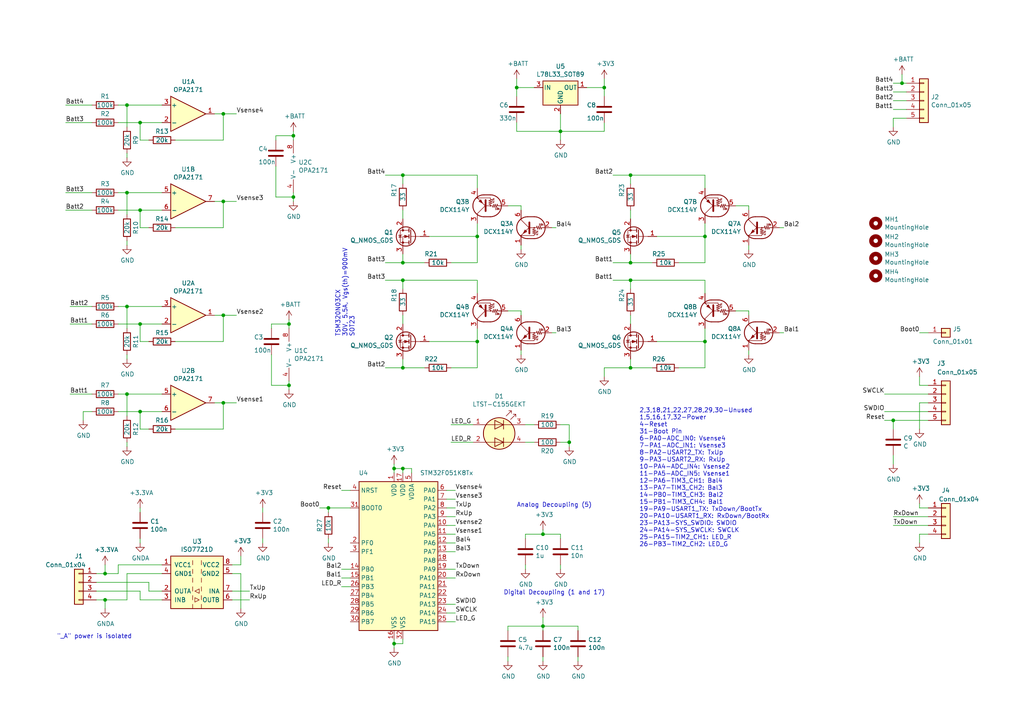
<source format=kicad_sch>
(kicad_sch (version 20230121) (generator eeschema)
  (paper "A4")
  (lib_symbols
    (symbol "Amplifier_Operational:LM2904" (pin_names (offset 0.127))
      (property "Reference" "U" (at 0 5.08 0))
      (property "Value" "LM2904" (at 0 -5.08 0))
      (symbol "LM2904_1_1"
        (pin output line (at 7.62 0 180) (length 2.54) (name "~") (number "1"))
        (pin input line (at -7.62 -2.54 0) (length 2.54) (name "-") (number "2"))
        (pin input line (at -7.62 2.54 0) (length 2.54) (name "+") (number "3"))
      )
      (symbol "LM2904_2_1"
        (pin input line (at -7.62 2.54 0) (length 2.54) (name "+") (number "5"))
        (pin input line (at -7.62 -2.54 0) (length 2.54) (name "-") (number "6"))
        (pin output line (at 7.62 0 180) (length 2.54) (name "~") (number "7"))
      )
      (symbol "LM2904_3_1"
        (pin power_in line (at -2.54 -7.62 90) (length 3.81) (name "V-") (number "4"))
        (pin power_in line (at -2.54 7.62 270) (length 3.81) (name "V+") (number "8"))
      )
    )
    (symbol "Connector_Generic:Conn_01x01" (pin_names (offset 1.016) hide)
      (property "Reference" "J" (at 0 2.54 0))
      (property "Value" "Conn_01x01" (at 0 -2.54 0))
      (symbol "Conn_01x01_1_1"
        (pin passive line (at -5.08 0 0) (length 3.81) (name "Pin_1") (number "1"))
      )
    )
    (symbol "Connector_Generic:Conn_01x04" (pin_names (offset 1.016) hide)
      (property "Reference" "J" (at 0 5.08 0))
      (property "Value" "Conn_01x04" (at 0 -7.62 0))
      (symbol "Conn_01x04_1_1"
        (pin passive line (at -5.08 2.54 0) (length 3.81) (name "Pin_1") (number "1"))
        (pin passive line (at -5.08 0 0) (length 3.81) (name "Pin_2") (number "2"))
        (pin passive line (at -5.08 -2.54 0) (length 3.81) (name "Pin_3") (number "3"))
        (pin passive line (at -5.08 -5.08 0) (length 3.81) (name "Pin_4") (number "4"))
      )
    )
    (symbol "Connector_Generic:Conn_01x05" (pin_names (offset 1.016) hide)
      (property "Reference" "J" (at 0 7.62 0))
      (property "Value" "Conn_01x05" (at 0 -7.62 0))
      (symbol "Conn_01x05_1_1"
        (pin passive line (at -5.08 5.08 0) (length 3.81) (name "Pin_1") (number "1"))
        (pin passive line (at -5.08 2.54 0) (length 3.81) (name "Pin_2") (number "2"))
        (pin passive line (at -5.08 0 0) (length 3.81) (name "Pin_3") (number "3"))
        (pin passive line (at -5.08 -2.54 0) (length 3.81) (name "Pin_4") (number "4"))
        (pin passive line (at -5.08 -5.08 0) (length 3.81) (name "Pin_5") (number "5"))
      )
    )
    (symbol "Custom:DCX114Y" (pin_names (offset 0) hide)
      (property "Reference" "Q" (at 5.08 1.905 0))
      (property "Value" "DCX114Y" (at 5.08 0 0))
      (symbol "DCX114Y_0_0"
        (text "10k" (at -3.302 0.889 0) (effects (font (size 0.508 0.508))))
        (text "47k" (at -2.159 -1.524 900) (effects (font (size 0.508 0.508))))
      )
      (symbol "DCX114Y_1_1"
        (pin passive line (at 2.54 -5.08 90) (length 2.54) (name "E") (number "1"))
        (pin input line (at -6.35 0 0) (length 2.54) (name "B") (number "2"))
        (pin passive line (at 2.54 5.08 270) (length 2.54) (name "C") (number "6"))
      )
      (symbol "DCX114Y_2_1"
        (pin passive line (at 2.54 5.08 270) (length 2.54) (name "C") (number "3"))
        (pin passive line (at 2.54 -5.08 90) (length 2.54) (name "E") (number "4"))
        (pin input line (at -6.35 0 0) (length 2.54) (name "B") (number "5"))
      )
    )
    (symbol "Device:C" (pin_numbers hide) (pin_names (offset 0.254))
      (property "Reference" "C" (at 0.635 2.54 0))
      (property "Value" "C" (at 0.635 -2.54 0))
      (symbol "C_1_1"
        (pin passive line (at 0 3.81 270) (length 2.794) (name "~") (number "1"))
        (pin passive line (at 0 -3.81 90) (length 2.794) (name "~") (number "2"))
      )
    )
    (symbol "Device:Q_NMOS_GDS" (pin_names (offset 0) hide)
      (property "Reference" "Q" (at 5.08 1.27 0))
      (property "Value" "Q_NMOS_GDS" (at 5.08 -1.27 0))
      (symbol "Q_NMOS_GDS_1_1"
        (pin input line (at -5.08 0 0) (length 2.54) (name "G") (number "1"))
        (pin passive line (at 2.54 5.08 270) (length 2.54) (name "D") (number "2"))
        (pin passive line (at 2.54 -5.08 90) (length 2.54) (name "S") (number "3"))
      )
    )
    (symbol "Device:R" (pin_numbers hide) (pin_names (offset 0))
      (property "Reference" "R" (at 2.032 0 90))
      (property "Value" "R" (at 0 0 90))
      (symbol "R_1_1"
        (pin passive line (at 0 3.81 270) (length 1.27) (name "~") (number "1"))
        (pin passive line (at 0 -3.81 90) (length 1.27) (name "~") (number "2"))
      )
    )
    (symbol "Isolator:ISO7321C" (pin_names (offset 1.016))
      (property "Reference" "U" (at 0 10.795 0))
      (property "Value" "ISO7321C" (at 0 8.89 0))
      (symbol "ISO7321C_1_1"
        (pin power_in line (at -10.16 5.08 0) (length 2.54) (name "VCC1") (number "1"))
        (pin output line (at -10.16 -2.54 0) (length 2.54) (name "OUTA") (number "2"))
        (pin input line (at -10.16 -5.08 0) (length 2.54) (name "INB") (number "3"))
        (pin power_in line (at -10.16 2.54 0) (length 2.54) (name "GND1") (number "4"))
        (pin power_in line (at 10.16 2.54 180) (length 2.54) (name "GND2") (number "5"))
        (pin output line (at 10.16 -5.08 180) (length 2.54) (name "OUTB") (number "6"))
        (pin input line (at 10.16 -2.54 180) (length 2.54) (name "INA") (number "7"))
        (pin power_in line (at 10.16 5.08 180) (length 2.54) (name "VCC2") (number "8"))
      )
    )
    (symbol "Mechanical:MountingHole" (pin_names (offset 1.016))
      (property "Reference" "H" (at 0 5.08 0))
      (property "Value" "MountingHole" (at 0 3.175 0))
    )
    (symbol "Regulator_Linear:L78L33_SOT89" (pin_names (offset 0.254))
      (property "Reference" "U" (at -3.81 3.175 0))
      (property "Value" "L78L33_SOT89" (at -0.635 3.175 0))
      (symbol "L78L33_SOT89_1_1"
        (pin power_out line (at 7.62 0 180) (length 2.54) (name "OUT") (number "1"))
        (pin power_in line (at 0 -7.62 90) (length 2.54) (name "GND") (number "2"))
        (pin power_in line (at -7.62 0 0) (length 2.54) (name "IN") (number "3"))
      )
    )
    (symbol "bms4_f051-rescue:+3.3V-power" (power) (pin_names (offset 0))
      (property "Value" "+3.3V-power" (at 0 3.556 0))
      (symbol "+3.3V-power_1_1"
        (pin power_in line (at 0 0 90) (length 0) hide (name "+3V3") (number "1"))
      )
    )
    (symbol "bms4_f051-rescue:LED_Dual_AACC-Device" (pin_names (offset 0) hide)
      (property "Reference" "D" (at 0 5.715 0))
      (property "Value" "Device_LED_Dual_AACC" (at 0 -6.35 0))
      (symbol "LED_Dual_AACC-Device_1_1"
        (pin input line (at -7.62 2.54 0) (length 3.048) (name "A1") (number "1"))
        (pin input line (at -7.62 -2.54 0) (length 3.048) (name "A2") (number "2"))
        (pin input line (at 7.62 2.54 180) (length 3.81) (name "K1") (number "3"))
        (pin input line (at 7.62 -2.54 180) (length 3.81) (name "K2") (number "4"))
      )
    )
    (symbol "bms4_f051-rescue:STM32F051K8Tx-MCU_ST_STM32F0"
      (property "Reference" "U" (at -12.7 21.59 0))
      (property "Value" "MCU_ST_STM32F0_STM32F051K8Tx" (at 5.08 21.59 0))
      (symbol "STM32F051K8Tx-MCU_ST_STM32F0_1_1"
        (pin power_in line (at -2.54 22.86 270) (length 2.54) (name "VDD") (number "1"))
        (pin bidirectional line (at 12.7 7.62 180) (length 2.54) (name "PA4") (number "10"))
        (pin bidirectional line (at 12.7 5.08 180) (length 2.54) (name "PA5") (number "11"))
        (pin bidirectional line (at 12.7 2.54 180) (length 2.54) (name "PA6") (number "12"))
        (pin bidirectional line (at 12.7 0 180) (length 2.54) (name "PA7") (number "13"))
        (pin bidirectional line (at -15.24 -5.08 0) (length 2.54) (name "PB0") (number "14"))
        (pin bidirectional line (at -15.24 -7.62 0) (length 2.54) (name "PB1") (number "15"))
        (pin power_in line (at -2.54 -25.4 90) (length 2.54) (name "VSS") (number "16"))
        (pin power_in line (at 0 22.86 270) (length 2.54) (name "VDD") (number "17"))
        (pin bidirectional line (at 12.7 -2.54 180) (length 2.54) (name "PA8") (number "18"))
        (pin bidirectional line (at 12.7 -5.08 180) (length 2.54) (name "PA9") (number "19"))
        (pin input line (at -15.24 2.54 0) (length 2.54) (name "PF0") (number "2"))
        (pin bidirectional line (at 12.7 -7.62 180) (length 2.54) (name "PA10") (number "20"))
        (pin bidirectional line (at 12.7 -10.16 180) (length 2.54) (name "PA11") (number "21"))
        (pin bidirectional line (at 12.7 -12.7 180) (length 2.54) (name "PA12") (number "22"))
        (pin bidirectional line (at 12.7 -15.24 180) (length 2.54) (name "PA13") (number "23"))
        (pin bidirectional line (at 12.7 -17.78 180) (length 2.54) (name "PA14") (number "24"))
        (pin bidirectional line (at 12.7 -20.32 180) (length 2.54) (name "PA15") (number "25"))
        (pin bidirectional line (at -15.24 -10.16 0) (length 2.54) (name "PB3") (number "26"))
        (pin bidirectional line (at -15.24 -12.7 0) (length 2.54) (name "PB4") (number "27"))
        (pin bidirectional line (at -15.24 -15.24 0) (length 2.54) (name "PB5") (number "28"))
        (pin bidirectional line (at -15.24 -17.78 0) (length 2.54) (name "PB6") (number "29"))
        (pin input line (at -15.24 0 0) (length 2.54) (name "PF1") (number "3"))
        (pin bidirectional line (at -15.24 -20.32 0) (length 2.54) (name "PB7") (number "30"))
        (pin input line (at -15.24 12.7 0) (length 2.54) (name "BOOT0") (number "31"))
        (pin power_in line (at 0 -25.4 90) (length 2.54) (name "VSS") (number "32"))
        (pin input line (at -15.24 17.78 0) (length 2.54) (name "NRST") (number "4"))
        (pin power_in line (at 2.54 22.86 270) (length 2.54) (name "VDDA") (number "5"))
        (pin bidirectional line (at 12.7 17.78 180) (length 2.54) (name "PA0") (number "6"))
        (pin bidirectional line (at 12.7 15.24 180) (length 2.54) (name "PA1") (number "7"))
        (pin bidirectional line (at 12.7 12.7 180) (length 2.54) (name "PA2") (number "8"))
        (pin bidirectional line (at 12.7 10.16 180) (length 2.54) (name "PA3") (number "9"))
      )
    )
    (symbol "power:+3.3VA" (power) (pin_names (offset 0))
      (property "Value" "+3.3VA" (at 0 3.556 0))
      (symbol "+3.3VA_1_1"
        (pin power_in line (at 0 0 90) (length 0) hide (name "+3.3VA") (number "1"))
      )
    )
    (symbol "power:+BATT" (power) (pin_names (offset 0))
      (property "Value" "+BATT" (at 0 3.556 0))
      (symbol "+BATT_1_1"
        (pin power_in line (at 0 0 90) (length 0) hide (name "+BATT") (number "1"))
      )
    )
    (symbol "power:GND" (power) (pin_names (offset 0))
      (property "Value" "GND" (at 0 -3.81 0))
      (symbol "GND_1_1"
        (pin power_in line (at 0 0 270) (length 0) hide (name "GND") (number "1"))
      )
    )
    (symbol "power:GNDA" (power) (pin_names (offset 0))
      (property "Value" "GNDA" (at 0 -3.81 0))
      (symbol "GNDA_1_1"
        (pin power_in line (at 0 0 270) (length 0) hide (name "GNDA") (number "1"))
      )
    )
  )
  (junction (at 116.84 76.2))
  (junction (at 40.64 119.38))
  (junction (at 162.56 38.1))
  (junction (at 182.88 50.8))
  (junction (at 182.88 106.68))
  (junction (at 36.83 30.48))
  (junction (at 138.43 99.06))
  (junction (at 204.47 99.06))
  (junction (at 95.25 147.32))
  (junction (at 182.88 81.28))
  (junction (at 36.83 88.9))
  (junction (at 30.48 166.37))
  (junction (at 64.77 91.44))
  (junction (at 261.62 24.13))
  (junction (at 85.09 39.37))
  (junction (at 83.82 111.76))
  (junction (at 36.83 114.3))
  (junction (at 36.83 55.88))
  (junction (at 30.48 173.99))
  (junction (at 116.84 81.28))
  (junction (at 157.48 181.61))
  (junction (at 116.84 50.8))
  (junction (at 40.64 35.56))
  (junction (at 83.82 93.98))
  (junction (at 40.64 60.96))
  (junction (at 175.26 25.4))
  (junction (at 85.09 57.15))
  (junction (at 165.1 128.27))
  (junction (at 259.08 121.92))
  (junction (at 64.77 33.02))
  (junction (at 182.88 76.2))
  (junction (at 64.77 58.42))
  (junction (at 116.84 135.89))
  (junction (at 64.77 116.84))
  (junction (at 114.3 186.69))
  (junction (at 116.84 106.68))
  (junction (at 149.86 25.4))
  (junction (at 138.43 68.58))
  (junction (at 157.48 154.94))
  (junction (at 40.64 93.98))
  (junction (at 114.3 135.89))
  (junction (at 204.47 68.58))
  (wire (pts (xy 36.83 55.88) (xy 34.29 55.88)))
  (wire (pts (xy 19.05 60.96) (xy 26.67 60.96)))
  (wire (pts (xy 85.09 57.15) (xy 85.09 55.88)))
  (wire (pts (xy 129.54 165.1) (xy 132.08 165.1)))
  (wire (pts (xy 19.05 55.88) (xy 26.67 55.88)))
  (wire (pts (xy 40.64 93.98) (xy 46.99 93.98)))
  (wire (pts (xy 259.08 152.4) (xy 269.24 152.4)))
  (wire (pts (xy 72.39 171.45) (xy 67.31 171.45)))
  (wire (pts (xy 40.64 35.56) (xy 46.99 35.56)))
  (wire (pts (xy 157.48 191.77) (xy 157.48 190.5)))
  (wire (pts (xy 266.7 157.48) (xy 266.7 154.94)))
  (wire (pts (xy 132.08 177.8) (xy 129.54 177.8)))
  (wire (pts (xy 85.09 38.1) (xy 85.09 39.37)))
  (wire (pts (xy 182.88 81.28) (xy 204.47 81.28)))
  (wire (pts (xy 227.33 96.52) (xy 226.06 96.52)))
  (wire (pts (xy 80.01 48.26) (xy 80.01 57.15)))
  (wire (pts (xy 111.76 50.8) (xy 116.84 50.8)))
  (wire (pts (xy 138.43 81.28) (xy 138.43 85.09)))
  (wire (pts (xy 227.33 66.04) (xy 226.06 66.04)))
  (wire (pts (xy 266.7 96.52) (xy 269.24 96.52)))
  (wire (pts (xy 124.46 99.06) (xy 138.43 99.06)))
  (wire (pts (xy 177.8 81.28) (xy 182.88 81.28)))
  (wire (pts (xy 27.94 173.99) (xy 30.48 173.99)))
  (wire (pts (xy 157.48 179.07) (xy 157.48 181.61)))
  (wire (pts (xy 64.77 58.42) (xy 62.23 58.42)))
  (wire (pts (xy 30.48 176.53) (xy 30.48 173.99)))
  (wire (pts (xy 261.62 24.13) (xy 262.89 24.13)))
  (wire (pts (xy 204.47 106.68) (xy 204.47 99.06)))
  (wire (pts (xy 204.47 76.2) (xy 204.47 68.58)))
  (wire (pts (xy 217.17 90.17) (xy 217.17 91.44)))
  (wire (pts (xy 34.29 163.83) (xy 46.99 163.83)))
  (wire (pts (xy 132.08 180.34) (xy 129.54 180.34)))
  (wire (pts (xy 124.46 68.58) (xy 138.43 68.58)))
  (wire (pts (xy 116.84 63.5) (xy 116.84 60.96)))
  (wire (pts (xy 36.83 45.72) (xy 36.83 44.45)))
  (wire (pts (xy 152.4 165.1) (xy 152.4 163.83)))
  (wire (pts (xy 43.18 124.46) (xy 40.64 124.46)))
  (wire (pts (xy 162.56 38.1) (xy 175.26 38.1)))
  (wire (pts (xy 40.64 119.38) (xy 46.99 119.38)))
  (wire (pts (xy 83.82 113.03) (xy 83.82 111.76)))
  (wire (pts (xy 34.29 93.98) (xy 40.64 93.98)))
  (wire (pts (xy 196.85 106.68) (xy 204.47 106.68)))
  (wire (pts (xy 147.32 59.69) (xy 151.13 59.69)))
  (wire (pts (xy 40.64 99.06) (xy 40.64 93.98)))
  (wire (pts (xy 123.19 106.68) (xy 116.84 106.68)))
  (wire (pts (xy 204.47 68.58) (xy 204.47 64.77)))
  (wire (pts (xy 19.05 35.56) (xy 26.67 35.56)))
  (wire (pts (xy 204.47 81.28) (xy 204.47 85.09)))
  (wire (pts (xy 116.84 81.28) (xy 116.84 83.82)))
  (wire (pts (xy 165.1 123.19) (xy 162.56 123.19)))
  (wire (pts (xy 162.56 38.1) (xy 162.56 33.02)))
  (wire (pts (xy 24.13 119.38) (xy 26.67 119.38)))
  (wire (pts (xy 40.64 60.96) (xy 46.99 60.96)))
  (wire (pts (xy 151.13 59.69) (xy 151.13 60.96)))
  (wire (pts (xy 132.08 154.94) (xy 129.54 154.94)))
  (wire (pts (xy 119.38 135.89) (xy 116.84 135.89)))
  (wire (pts (xy 69.85 161.29) (xy 69.85 163.83)))
  (wire (pts (xy 149.86 35.56) (xy 149.86 38.1)))
  (wire (pts (xy 157.48 181.61) (xy 157.48 182.88)))
  (wire (pts (xy 64.77 40.64) (xy 64.77 33.02)))
  (wire (pts (xy 64.77 124.46) (xy 64.77 116.84)))
  (wire (pts (xy 217.17 59.69) (xy 217.17 60.96)))
  (wire (pts (xy 64.77 58.42) (xy 68.58 58.42)))
  (wire (pts (xy 152.4 128.27) (xy 154.94 128.27)))
  (wire (pts (xy 119.38 137.16) (xy 119.38 135.89)))
  (wire (pts (xy 40.64 66.04) (xy 40.64 60.96)))
  (wire (pts (xy 20.32 88.9) (xy 26.67 88.9)))
  (wire (pts (xy 36.83 62.23) (xy 36.83 55.88)))
  (wire (pts (xy 161.29 66.04) (xy 160.02 66.04)))
  (wire (pts (xy 69.85 163.83) (xy 67.31 163.83)))
  (wire (pts (xy 213.36 59.69) (xy 217.17 59.69)))
  (wire (pts (xy 78.74 93.98) (xy 83.82 93.98)))
  (wire (pts (xy 151.13 102.87) (xy 151.13 101.6)))
  (wire (pts (xy 138.43 99.06) (xy 138.43 95.25)))
  (wire (pts (xy 147.32 90.17) (xy 151.13 90.17)))
  (wire (pts (xy 157.48 181.61) (xy 167.64 181.61)))
  (wire (pts (xy 27.94 171.45) (xy 40.64 171.45)))
  (wire (pts (xy 34.29 60.96) (xy 40.64 60.96)))
  (wire (pts (xy 64.77 116.84) (xy 62.23 116.84)))
  (wire (pts (xy 132.08 144.78) (xy 129.54 144.78)))
  (wire (pts (xy 46.99 88.9) (xy 36.83 88.9)))
  (wire (pts (xy 196.85 76.2) (xy 204.47 76.2)))
  (wire (pts (xy 162.56 128.27) (xy 165.1 128.27)))
  (wire (pts (xy 36.83 173.99) (xy 36.83 166.37)))
  (wire (pts (xy 167.64 181.61) (xy 167.64 182.88)))
  (wire (pts (xy 266.7 111.76) (xy 269.24 111.76)))
  (wire (pts (xy 175.26 38.1) (xy 175.26 35.56)))
  (wire (pts (xy 36.83 104.14) (xy 36.83 102.87)))
  (wire (pts (xy 50.8 124.46) (xy 64.77 124.46)))
  (wire (pts (xy 46.99 30.48) (xy 36.83 30.48)))
  (wire (pts (xy 40.64 124.46) (xy 40.64 119.38)))
  (wire (pts (xy 40.64 40.64) (xy 40.64 35.56)))
  (wire (pts (xy 269.24 149.86) (xy 259.08 149.86)))
  (wire (pts (xy 116.84 50.8) (xy 138.43 50.8)))
  (wire (pts (xy 114.3 186.69) (xy 114.3 185.42)))
  (wire (pts (xy 132.08 167.64) (xy 129.54 167.64)))
  (wire (pts (xy 30.48 166.37) (xy 30.48 163.83)))
  (wire (pts (xy 175.26 27.94) (xy 175.26 25.4)))
  (wire (pts (xy 130.81 76.2) (xy 138.43 76.2)))
  (wire (pts (xy 95.25 148.59) (xy 95.25 147.32)))
  (wire (pts (xy 151.13 72.39) (xy 151.13 71.12)))
  (wire (pts (xy 182.88 63.5) (xy 182.88 60.96)))
  (wire (pts (xy 116.84 93.98) (xy 116.84 91.44)))
  (wire (pts (xy 266.7 124.46) (xy 266.7 116.84)))
  (wire (pts (xy 165.1 128.27) (xy 165.1 123.19)))
  (wire (pts (xy 189.23 76.2) (xy 182.88 76.2)))
  (wire (pts (xy 132.08 149.86) (xy 129.54 149.86)))
  (wire (pts (xy 262.89 26.67) (xy 259.08 26.67)))
  (wire (pts (xy 152.4 154.94) (xy 157.48 154.94)))
  (wire (pts (xy 217.17 102.87) (xy 217.17 101.6)))
  (wire (pts (xy 34.29 166.37) (xy 34.29 163.83)))
  (wire (pts (xy 177.8 50.8) (xy 182.88 50.8)))
  (wire (pts (xy 72.39 173.99) (xy 67.31 173.99)))
  (wire (pts (xy 182.88 81.28) (xy 182.88 83.82)))
  (wire (pts (xy 138.43 106.68) (xy 138.43 99.06)))
  (wire (pts (xy 80.01 39.37) (xy 85.09 39.37)))
  (wire (pts (xy 132.08 157.48) (xy 129.54 157.48)))
  (wire (pts (xy 182.88 50.8) (xy 182.88 53.34)))
  (wire (pts (xy 152.4 154.94) (xy 152.4 156.21)))
  (wire (pts (xy 36.83 95.25) (xy 36.83 88.9)))
  (wire (pts (xy 64.77 33.02) (xy 62.23 33.02)))
  (wire (pts (xy 132.08 142.24) (xy 129.54 142.24)))
  (wire (pts (xy 50.8 40.64) (xy 64.77 40.64)))
  (wire (pts (xy 36.83 88.9) (xy 34.29 88.9)))
  (wire (pts (xy 217.17 72.39) (xy 217.17 71.12)))
  (wire (pts (xy 266.7 109.22) (xy 266.7 111.76)))
  (wire (pts (xy 147.32 181.61) (xy 157.48 181.61)))
  (wire (pts (xy 85.09 58.42) (xy 85.09 57.15)))
  (wire (pts (xy 266.7 147.32) (xy 269.24 147.32)))
  (wire (pts (xy 80.01 40.64) (xy 80.01 39.37)))
  (wire (pts (xy 167.64 191.77) (xy 167.64 190.5)))
  (wire (pts (xy 123.19 76.2) (xy 116.84 76.2)))
  (wire (pts (xy 114.3 135.89) (xy 114.3 137.16)))
  (wire (pts (xy 111.76 76.2) (xy 116.84 76.2)))
  (wire (pts (xy 116.84 135.89) (xy 114.3 135.89)))
  (wire (pts (xy 175.26 106.68) (xy 182.88 106.68)))
  (wire (pts (xy 40.64 173.99) (xy 46.99 173.99)))
  (wire (pts (xy 83.82 111.76) (xy 83.82 110.49)))
  (wire (pts (xy 259.08 34.29) (xy 262.89 34.29)))
  (wire (pts (xy 130.81 123.19) (xy 137.16 123.19)))
  (wire (pts (xy 149.86 38.1) (xy 162.56 38.1)))
  (wire (pts (xy 76.2 157.48) (xy 76.2 156.21)))
  (wire (pts (xy 43.18 40.64) (xy 40.64 40.64)))
  (wire (pts (xy 43.18 171.45) (xy 46.99 171.45)))
  (wire (pts (xy 101.6 165.1) (xy 99.06 165.1)))
  (wire (pts (xy 69.85 166.37) (xy 67.31 166.37)))
  (wire (pts (xy 85.09 39.37) (xy 85.09 40.64)))
  (wire (pts (xy 182.88 93.98) (xy 182.88 91.44)))
  (wire (pts (xy 213.36 90.17) (xy 217.17 90.17)))
  (wire (pts (xy 80.01 57.15) (xy 85.09 57.15)))
  (wire (pts (xy 154.94 25.4) (xy 149.86 25.4)))
  (wire (pts (xy 261.62 21.59) (xy 261.62 24.13)))
  (wire (pts (xy 116.84 106.68) (xy 116.84 104.14)))
  (wire (pts (xy 149.86 22.86) (xy 149.86 25.4)))
  (wire (pts (xy 68.58 116.84) (xy 64.77 116.84)))
  (wire (pts (xy 111.76 106.68) (xy 116.84 106.68)))
  (wire (pts (xy 130.81 128.27) (xy 137.16 128.27)))
  (wire (pts (xy 114.3 186.69) (xy 116.84 186.69)))
  (wire (pts (xy 20.32 93.98) (xy 26.67 93.98)))
  (wire (pts (xy 43.18 168.91) (xy 43.18 171.45)))
  (wire (pts (xy 19.05 30.48) (xy 26.67 30.48)))
  (wire (pts (xy 129.54 152.4) (xy 132.08 152.4)))
  (wire (pts (xy 92.71 147.32) (xy 95.25 147.32)))
  (wire (pts (xy 27.94 168.91) (xy 43.18 168.91)))
  (wire (pts (xy 161.29 96.52) (xy 160.02 96.52)))
  (wire (pts (xy 36.83 71.12) (xy 36.83 69.85)))
  (wire (pts (xy 78.74 95.25) (xy 78.74 93.98)))
  (wire (pts (xy 43.18 99.06) (xy 40.64 99.06)))
  (wire (pts (xy 182.88 106.68) (xy 182.88 104.14)))
  (wire (pts (xy 175.26 22.86) (xy 175.26 25.4)))
  (wire (pts (xy 116.84 50.8) (xy 116.84 53.34)))
  (wire (pts (xy 116.84 76.2) (xy 116.84 73.66)))
  (wire (pts (xy 262.89 31.75) (xy 259.08 31.75)))
  (wire (pts (xy 111.76 81.28) (xy 116.84 81.28)))
  (wire (pts (xy 129.54 147.32) (xy 132.08 147.32)))
  (wire (pts (xy 20.32 114.3) (xy 26.67 114.3)))
  (wire (pts (xy 30.48 173.99) (xy 36.83 173.99)))
  (wire (pts (xy 162.56 154.94) (xy 162.56 156.21)))
  (wire (pts (xy 40.64 157.48) (xy 40.64 156.21)))
  (wire (pts (xy 175.26 25.4) (xy 170.18 25.4)))
  (wire (pts (xy 83.82 93.98) (xy 83.82 95.25)))
  (wire (pts (xy 259.08 121.92) (xy 269.24 121.92)))
  (wire (pts (xy 138.43 68.58) (xy 138.43 64.77)))
  (wire (pts (xy 40.64 147.32) (xy 40.64 148.59)))
  (wire (pts (xy 95.25 147.32) (xy 101.6 147.32)))
  (wire (pts (xy 27.94 166.37) (xy 30.48 166.37)))
  (wire (pts (xy 50.8 99.06) (xy 64.77 99.06)))
  (wire (pts (xy 204.47 50.8) (xy 204.47 54.61)))
  (wire (pts (xy 50.8 66.04) (xy 64.77 66.04)))
  (wire (pts (xy 83.82 92.71) (xy 83.82 93.98)))
  (wire (pts (xy 76.2 147.32) (xy 76.2 148.59)))
  (wire (pts (xy 36.83 30.48) (xy 34.29 30.48)))
  (wire (pts (xy 64.77 99.06) (xy 64.77 91.44)))
  (wire (pts (xy 151.13 90.17) (xy 151.13 91.44)))
  (wire (pts (xy 162.56 38.1) (xy 162.56 40.64)))
  (wire (pts (xy 266.7 154.94) (xy 269.24 154.94)))
  (wire (pts (xy 116.84 137.16) (xy 116.84 135.89)))
  (wire (pts (xy 34.29 35.56) (xy 40.64 35.56)))
  (wire (pts (xy 36.83 129.54) (xy 36.83 128.27)))
  (wire (pts (xy 129.54 175.26) (xy 132.08 175.26)))
  (wire (pts (xy 162.56 165.1) (xy 162.56 163.83)))
  (wire (pts (xy 149.86 25.4) (xy 149.86 27.94)))
  (wire (pts (xy 256.54 121.92) (xy 259.08 121.92)))
  (wire (pts (xy 259.08 124.46) (xy 259.08 121.92)))
  (wire (pts (xy 64.77 66.04) (xy 64.77 58.42)))
  (wire (pts (xy 259.08 36.83) (xy 259.08 34.29)))
  (wire (pts (xy 182.88 50.8) (xy 204.47 50.8)))
  (wire (pts (xy 154.94 123.19) (xy 152.4 123.19)))
  (wire (pts (xy 99.06 142.24) (xy 101.6 142.24)))
  (wire (pts (xy 99.06 170.18) (xy 101.6 170.18)))
  (wire (pts (xy 99.06 167.64) (xy 101.6 167.64)))
  (wire (pts (xy 190.5 68.58) (xy 204.47 68.58)))
  (wire (pts (xy 36.83 120.65) (xy 36.83 114.3)))
  (wire (pts (xy 130.81 106.68) (xy 138.43 106.68)))
  (wire (pts (xy 46.99 114.3) (xy 36.83 114.3)))
  (wire (pts (xy 256.54 119.38) (xy 269.24 119.38)))
  (wire (pts (xy 114.3 134.62) (xy 114.3 135.89)))
  (wire (pts (xy 95.25 157.48) (xy 95.25 156.21)))
  (wire (pts (xy 182.88 76.2) (xy 182.88 73.66)))
  (wire (pts (xy 36.83 114.3) (xy 34.29 114.3)))
  (wire (pts (xy 129.54 160.02) (xy 132.08 160.02)))
  (wire (pts (xy 78.74 111.76) (xy 83.82 111.76)))
  (wire (pts (xy 43.18 66.04) (xy 40.64 66.04)))
  (wire (pts (xy 138.43 50.8) (xy 138.43 54.61)))
  (wire (pts (xy 147.32 191.77) (xy 147.32 190.5)))
  (wire (pts (xy 36.83 36.83) (xy 36.83 30.48)))
  (wire (pts (xy 157.48 154.94) (xy 162.56 154.94)))
  (wire (pts (xy 64.77 91.44) (xy 68.58 91.44)))
  (wire (pts (xy 69.85 176.53) (xy 69.85 166.37)))
  (wire (pts (xy 40.64 171.45) (xy 40.64 173.99)))
  (wire (pts (xy 266.7 146.05) (xy 266.7 147.32)))
  (wire (pts (xy 114.3 187.96) (xy 114.3 186.69)))
  (wire (pts (xy 116.84 186.69) (xy 116.84 185.42)))
  (wire (pts (xy 259.08 29.21) (xy 262.89 29.21)))
  (wire (pts (xy 24.13 121.92) (xy 24.13 119.38)))
  (wire (pts (xy 36.83 166.37) (xy 46.99 166.37)))
  (wire (pts (xy 157.48 154.94) (xy 157.48 153.67)))
  (wire (pts (xy 177.8 76.2) (xy 182.88 76.2)))
  (wire (pts (xy 34.29 119.38) (xy 40.64 119.38)))
  (wire (pts (xy 46.99 55.88) (xy 36.83 55.88)))
  (wire (pts (xy 189.23 106.68) (xy 182.88 106.68)))
  (wire (pts (xy 266.7 116.84) (xy 269.24 116.84)))
  (wire (pts (xy 165.1 128.27) (xy 165.1 129.54)))
  (wire (pts (xy 147.32 181.61) (xy 147.32 182.88)))
  (wire (pts (xy 259.08 24.13) (xy 261.62 24.13)))
  (wire (pts (xy 30.48 166.37) (xy 34.29 166.37)))
  (wire (pts (xy 78.74 102.87) (xy 78.74 111.76)))
  (wire (pts (xy 175.26 109.22) (xy 175.26 106.68)))
  (wire (pts (xy 269.24 114.3) (xy 256.54 114.3)))
  (wire (pts (xy 64.77 91.44) (xy 62.23 91.44)))
  (wire (pts (xy 68.58 33.02) (xy 64.77 33.02)))
  (wire (pts (xy 190.5 99.06) (xy 204.47 99.06)))
  (wire (pts (xy 138.43 76.2) (xy 138.43 68.58)))
  (wire (pts (xy 259.08 134.62) (xy 259.08 132.08)))
  (wire (pts (xy 204.47 99.06) (xy 204.47 95.25)))
  (wire (pts (xy 116.84 81.28) (xy 138.43 81.28)))
  (text "Digital Decoupling (1 and 17)" (at 146.05 172.72 0) (effects (font (size 1.27 1.27)) (justify left bottom)))
  (text "2,3,18,21,22,27,28,29,30-Unused\n1,5,16,17,32-Power\n4-Reset\n31-Boot Pin\n6-PA0-ADC_IN0: Vsense4\n7-PA1-ADC_IN1: Vsense3\n8-PA2-USART2_TX: TxUp\n9-PA3-USART2_RX: RxUp\n10-PA4-ADC_IN4: Vsense2\n11-PA5-ADC_IN5: Vsense1\n12-PA6-TIM3_CH1: Bal4\n13-PA7-TIM3_CH2: Bal3\n14-PB0-TIM3_CH3: Bal2\n15-PB1-TIM3_CH4: Bal1\n19-PA9-USART1_TX: TxDown/BootTx\n20-PA10-USART1_RX: RxDown/BootRx\n23-PA13-SYS_SWDIO: SWDIO\n24-PA14-SYS_SWCLK: SWCLK\n25-PA15-TIM2_CH1: LED_R\n26-PB3-TIM2_CH2: LED_G" (at 185.42 158.75 0) (effects (font (size 1.27 1.27)) (justify left bottom)))
  (text "Analog Decoupling (5)" (at 149.86 147.32 0) (effects (font (size 1.27 1.27)) (justify left bottom)))
  (text "\"_A\" power is isolated" (at 16.51 185.42 0) (effects (font (size 1.27 1.27)) (justify left bottom)))
  (text "TSM320N03CX\n30V, 5.5A, Vgs(th)=900mV\nSOT23" (at 102.87 97.79 90) (effects (font (size 1.27 1.27)) (justify left bottom)))
  (label "Vsense4" (at 132.08 142.24 0))
  (label "Batt1" (at 177.8 81.28 180))
  (label "Boot0" (at 266.7 96.52 180))
  (label "RxDown" (at 132.08 167.64 0))
  (label "Vsense4" (at 68.58 33.02 0))
  (label "Bal1" (at 99.06 167.64 180))
  (label "RxDown" (at 259.08 149.86 0))
  (label "Batt2" (at 19.05 60.96 0))
  (label "Vsense2" (at 132.08 152.4 0))
  (label "TxUp" (at 72.39 171.45 0))
  (label "Batt2" (at 111.76 106.68 180))
  (label "Batt1" (at 20.32 114.3 0))
  (label "Batt2" (at 259.08 29.21 180))
  (label "Bal4" (at 161.29 66.04 0))
  (label "SWDIO" (at 256.54 119.38 180))
  (label "Vsense3" (at 68.58 58.42 0))
  (label "Vsense1" (at 68.58 116.84 0))
  (label "Batt3" (at 19.05 55.88 0))
  (label "Bal3" (at 132.08 160.02 0))
  (label "SWDIO" (at 132.08 175.26 0))
  (label "Bal2" (at 99.06 165.1 180))
  (label "Bal4" (at 132.08 157.48 0))
  (label "Vsense2" (at 68.58 91.44 0))
  (label "LED_G" (at 130.81 123.19 0))
  (label "Batt3" (at 111.76 76.2 180))
  (label "Batt3" (at 111.76 81.28 180))
  (label "Batt3" (at 259.08 26.67 180))
  (label "Batt1" (at 20.32 93.98 0))
  (label "Vsense1" (at 132.08 154.94 0))
  (label "LED_R" (at 130.81 128.27 0))
  (label "Batt3" (at 19.05 35.56 0))
  (label "Batt4" (at 19.05 30.48 0))
  (label "TxUp" (at 132.08 147.32 0))
  (label "LED_R" (at 99.06 170.18 180))
  (label "Batt2" (at 177.8 50.8 180))
  (label "RxUp" (at 132.08 149.86 0))
  (label "Vsense3" (at 132.08 144.78 0))
  (label "Bal3" (at 161.29 96.52 0))
  (label "Batt4" (at 259.08 24.13 180))
  (label "Batt2" (at 20.32 88.9 0))
  (label "Reset" (at 99.06 142.24 180))
  (label "Bal1" (at 227.33 96.52 0))
  (label "TxDown" (at 259.08 152.4 0))
  (label "RxUp" (at 72.39 173.99 0))
  (label "SWCLK" (at 132.08 177.8 0))
  (label "Reset" (at 256.54 121.92 180))
  (label "Batt1" (at 259.08 31.75 180))
  (label "LED_G" (at 132.08 180.34 0))
  (label "Boot0" (at 92.71 147.32 180))
  (label "Batt4" (at 111.76 50.8 180))
  (label "TxDown" (at 132.08 165.1 0))
  (label "SWCLK" (at 256.54 114.3 180))
  (label "Bal2" (at 227.33 66.04 0))
  (label "Batt1" (at 177.8 76.2 180))
  (symbol (lib_id "Device:C") (at 147.32 186.69 0) (unit 1)
    (property "Reference" "C5" (at 150.241 185.5216 0) (effects (justify left)))
    (property "Value" "4.7u" (at 150.241 187.833 0) (effects (justify left)))
    (property "Footprint" "Capacitor_SMD:C_0805_2012Metric" (effects hide))
  )
  (symbol (lib_id "Device:C") (at 157.48 186.69 0) (unit 1)
    (property "Reference" "C7" (at 160.401 185.5216 0) (effects (justify left)))
    (property "Value" "100n" (at 160.401 187.833 0) (effects (justify left)))
    (property "Footprint" "Capacitor_SMD:C_0603_1608Metric" (effects hide))
  )
  (symbol (lib_id "power:GND") (at 147.32 191.77 0) (unit 1)
    (property "Reference" "#PWR0101" (effects hide))
    (property "Value" "GND" (at 147.447 196.1642 0))
  )
  (symbol (lib_id "power:GND") (at 157.48 191.77 0) (unit 1)
    (property "Reference" "#PWR0102" (effects hide))
    (property "Value" "GND" (at 157.607 196.1642 0))
  )
  (symbol (lib_id "power:GND") (at 114.3 187.96 0) (unit 1)
    (property "Reference" "#PWR0103" (effects hide))
    (property "Value" "GND" (at 114.427 192.3542 0))
  )
  (symbol (lib_id "bms4_f051-rescue:+3.3V-power") (at 157.48 179.07 0) (unit 1)
    (property "Reference" "#PWR0104" (effects hide))
    (property "Value" "+3.3V" (at 157.861 174.6758 0))
  )
  (symbol (lib_id "Amplifier_Operational:LM2904") (at 54.61 33.02 0) (unit 1)
    (property "Reference" "U1" (at 54.61 23.6982 0))
    (property "Value" "OPA2171" (at 54.61 26.0096 0))
    (property "Footprint" "Package_SO:TSSOP-8_3x3mm_P0.65mm" (effects hide))
    (property "Datasheet" "http://www.ti.com/lit/ds/symlink/lm358.pdf" (effects hide))
  )
  (symbol (lib_id "Amplifier_Operational:LM2904") (at 87.63 48.26 0) (unit 3)
    (property "Reference" "U2" (at 86.5632 47.0916 0) (effects (justify left)))
    (property "Value" "OPA2171" (at 86.5632 49.403 0) (effects (justify left)))
    (property "Footprint" "Package_SO:TSSOP-8_3x3mm_P0.65mm" (effects hide))
    (property "Datasheet" "http://www.ti.com/lit/ds/symlink/lm358.pdf" (effects hide))
  )
  (symbol (lib_id "Device:C") (at 80.01 44.45 0) (unit 1)
    (property "Reference" "C4" (at 74.93 43.18 0) (effects (justify left)))
    (property "Value" "100n" (at 74.93 46.99 0) (effects (justify left)))
    (property "Footprint" "Capacitor_SMD:C_0805_2012Metric" (effects hide))
  )
  (symbol (lib_id "power:+BATT") (at 85.09 38.1 0) (unit 1)
    (property "Reference" "#PWR0105" (effects hide))
    (property "Value" "+BATT" (at 85.471 33.7058 0))
  )
  (symbol (lib_id "power:GND") (at 85.09 58.42 0) (unit 1)
    (property "Reference" "#PWR0106" (effects hide))
    (property "Value" "GND" (at 85.217 62.8142 0))
  )
  (symbol (lib_id "Device:R") (at 30.48 30.48 270) (unit 1)
    (property "Reference" "R1" (at 30.48 27.94 90))
    (property "Value" "100k" (at 30.48 30.48 90))
    (property "Footprint" "Resistor_SMD:R_0603_1608Metric" (effects hide))
  )
  (symbol (lib_id "Device:R") (at 30.48 35.56 270) (unit 1)
    (property "Reference" "R2" (at 30.48 33.02 90))
    (property "Value" "100k" (at 30.48 35.56 90))
    (property "Footprint" "Resistor_SMD:R_0603_1608Metric" (effects hide))
  )
  (symbol (lib_id "Device:R") (at 46.99 40.64 270) (unit 1)
    (property "Reference" "R13" (at 46.99 38.1 90))
    (property "Value" "20k" (at 46.99 40.64 90))
    (property "Footprint" "Resistor_SMD:R_0603_1608Metric" (effects hide))
  )
  (symbol (lib_id "Device:R") (at 36.83 40.64 180) (unit 1)
    (property "Reference" "R9" (at 39.37 40.64 90))
    (property "Value" "20k" (at 36.83 40.64 90))
    (property "Footprint" "Resistor_SMD:R_0603_1608Metric" (effects hide))
  )
  (symbol (lib_id "power:GND") (at 36.83 45.72 0) (unit 1)
    (property "Reference" "#PWR0107" (effects hide))
    (property "Value" "GND" (at 36.957 50.1142 0))
  )
  (symbol (lib_id "Amplifier_Operational:LM2904") (at 54.61 58.42 0) (unit 2)
    (property "Reference" "U1" (at 54.61 49.0982 0))
    (property "Value" "OPA2171" (at 54.61 51.4096 0))
    (property "Footprint" "Package_SO:TSSOP-8_3x3mm_P0.65mm" (effects hide))
    (property "Datasheet" "http://www.ti.com/lit/ds/symlink/lm358.pdf" (effects hide))
  )
  (symbol (lib_id "Device:R") (at 30.48 55.88 270) (unit 1)
    (property "Reference" "R3" (at 30.48 53.34 90))
    (property "Value" "100k" (at 30.48 55.88 90))
    (property "Footprint" "Resistor_SMD:R_0603_1608Metric" (effects hide))
  )
  (symbol (lib_id "Device:R") (at 30.48 60.96 270) (unit 1)
    (property "Reference" "R4" (at 30.48 58.42 90))
    (property "Value" "100k" (at 30.48 60.96 90))
    (property "Footprint" "Resistor_SMD:R_0603_1608Metric" (effects hide))
  )
  (symbol (lib_id "Device:R") (at 46.99 66.04 270) (unit 1)
    (property "Reference" "R14" (at 46.99 63.5 90))
    (property "Value" "20k" (at 46.99 66.04 90))
    (property "Footprint" "Resistor_SMD:R_0603_1608Metric" (effects hide))
  )
  (symbol (lib_id "Device:R") (at 36.83 66.04 180) (unit 1)
    (property "Reference" "R10" (at 39.37 66.04 90))
    (property "Value" "20k" (at 36.83 66.04 90))
    (property "Footprint" "Resistor_SMD:R_0603_1608Metric" (effects hide))
  )
  (symbol (lib_id "power:GND") (at 36.83 71.12 0) (unit 1)
    (property "Reference" "#PWR0108" (effects hide))
    (property "Value" "GND" (at 36.957 75.5142 0))
  )
  (symbol (lib_id "Amplifier_Operational:LM2904") (at 54.61 91.44 0) (unit 1)
    (property "Reference" "U2" (at 54.61 82.1182 0))
    (property "Value" "OPA2171" (at 54.61 84.4296 0))
    (property "Footprint" "Package_SO:TSSOP-8_3x3mm_P0.65mm" (effects hide))
    (property "Datasheet" "http://www.ti.com/lit/ds/symlink/lm358.pdf" (effects hide))
  )
  (symbol (lib_id "Amplifier_Operational:LM2904") (at 86.36 102.87 0) (unit 3)
    (property "Reference" "U1" (at 85.2932 101.7016 0) (effects (justify left)))
    (property "Value" "OPA2171" (at 85.2932 104.013 0) (effects (justify left)))
    (property "Footprint" "Package_SO:TSSOP-8_3x3mm_P0.65mm" (effects hide))
    (property "Datasheet" "http://www.ti.com/lit/ds/symlink/lm358.pdf" (effects hide))
  )
  (symbol (lib_id "Device:C") (at 78.74 99.06 0) (unit 1)
    (property "Reference" "C3" (at 73.66 97.79 0) (effects (justify left)))
    (property "Value" "100n" (at 73.66 101.6 0) (effects (justify left)))
    (property "Footprint" "Capacitor_SMD:C_0805_2012Metric" (effects hide))
  )
  (symbol (lib_id "power:+BATT") (at 83.82 92.71 0) (unit 1)
    (property "Reference" "#PWR0109" (effects hide))
    (property "Value" "+BATT" (at 84.201 88.3158 0))
  )
  (symbol (lib_id "power:GND") (at 83.82 113.03 0) (unit 1)
    (property "Reference" "#PWR0110" (effects hide))
    (property "Value" "GND" (at 83.947 117.4242 0))
  )
  (symbol (lib_id "Device:R") (at 30.48 88.9 270) (unit 1)
    (property "Reference" "R5" (at 30.48 86.36 90))
    (property "Value" "100k" (at 30.48 88.9 90))
    (property "Footprint" "Resistor_SMD:R_0603_1608Metric" (effects hide))
  )
  (symbol (lib_id "Device:R") (at 30.48 93.98 270) (unit 1)
    (property "Reference" "R6" (at 30.48 91.44 90))
    (property "Value" "100k" (at 30.48 93.98 90))
    (property "Footprint" "Resistor_SMD:R_0603_1608Metric" (effects hide))
  )
  (symbol (lib_id "Device:R") (at 46.99 99.06 270) (unit 1)
    (property "Reference" "R15" (at 46.99 96.52 90))
    (property "Value" "20k" (at 46.99 99.06 90))
    (property "Footprint" "Resistor_SMD:R_0603_1608Metric" (effects hide))
  )
  (symbol (lib_id "Device:R") (at 36.83 99.06 180) (unit 1)
    (property "Reference" "R11" (at 39.37 99.06 90))
    (property "Value" "20k" (at 36.83 99.06 90))
    (property "Footprint" "Resistor_SMD:R_0603_1608Metric" (effects hide))
  )
  (symbol (lib_id "power:GND") (at 36.83 104.14 0) (unit 1)
    (property "Reference" "#PWR0111" (effects hide))
    (property "Value" "GND" (at 36.957 108.5342 0))
  )
  (symbol (lib_id "Amplifier_Operational:LM2904") (at 54.61 116.84 0) (unit 2)
    (property "Reference" "U2" (at 54.61 107.5182 0))
    (property "Value" "OPA2171" (at 54.61 109.8296 0))
    (property "Footprint" "Package_SO:TSSOP-8_3x3mm_P0.65mm" (effects hide))
    (property "Datasheet" "http://www.ti.com/lit/ds/symlink/lm358.pdf" (effects hide))
  )
  (symbol (lib_id "Device:R") (at 30.48 114.3 270) (unit 1)
    (property "Reference" "R7" (at 30.48 111.76 90))
    (property "Value" "100k" (at 30.48 114.3 90))
    (property "Footprint" "Resistor_SMD:R_0603_1608Metric" (effects hide))
  )
  (symbol (lib_id "Device:R") (at 30.48 119.38 270) (unit 1)
    (property "Reference" "R8" (at 30.48 116.84 90))
    (property "Value" "100k" (at 30.48 119.38 90))
    (property "Footprint" "Resistor_SMD:R_0603_1608Metric" (effects hide))
  )
  (symbol (lib_id "Device:R") (at 46.99 124.46 270) (unit 1)
    (property "Reference" "R16" (at 46.99 121.92 90))
    (property "Value" "20k" (at 46.99 124.46 90))
    (property "Footprint" "Resistor_SMD:R_0603_1608Metric" (effects hide))
  )
  (symbol (lib_id "Device:R") (at 36.83 124.46 180) (unit 1)
    (property "Reference" "R12" (at 39.37 124.46 90))
    (property "Value" "20k" (at 36.83 124.46 90))
    (property "Footprint" "Resistor_SMD:R_0603_1608Metric" (effects hide))
  )
  (symbol (lib_id "power:GND") (at 36.83 129.54 0) (unit 1)
    (property "Reference" "#PWR0112" (effects hide))
    (property "Value" "GND" (at 36.957 133.9342 0))
  )
  (symbol (lib_id "Regulator_Linear:L78L33_SOT89") (at 162.56 25.4 0) (unit 1)
    (property "Reference" "U5" (at 162.56 19.2532 0))
    (property "Value" "L78L33_SOT89" (at 162.56 21.5646 0))
    (property "Footprint" "Package_TO_SOT_SMD:SOT-89-3" (effects hide))
    (property "Datasheet" "http://www.st.com/content/ccc/resource/technical/document/datasheet/15/55/e5/aa/23/5b/43/fd/CD00000446.pdf/files/CD00000446.pdf/jcr:content/translations/en.CD00000446.pdf" (effects hide))
  )
  (symbol (lib_id "Device:C") (at 149.86 31.75 0) (unit 1)
    (property "Reference" "C6" (at 144.78 30.48 0) (effects (justify left)))
    (property "Value" "330n" (at 144.78 34.29 0) (effects (justify left)))
    (property "Footprint" "Capacitor_SMD:C_0805_2012Metric" (effects hide))
  )
  (symbol (lib_id "bms4_f051-rescue:LED_Dual_AACC-Device") (at 144.78 125.73 0) (unit 1)
    (property "Reference" "D1" (at 144.78 114.935 0))
    (property "Value" "LTST-C155GEKT" (at 144.78 117.2464 0))
    (property "Footprint" "Custom:LTST-C155GEKT" (effects hide))
  )
  (symbol (lib_id "power:+BATT") (at 149.86 22.86 0) (unit 1)
    (property "Reference" "#PWR0128" (effects hide))
    (property "Value" "+BATT" (at 150.241 18.4658 0))
  )
  (symbol (lib_id "power:GND") (at 24.13 121.92 0) (unit 1)
    (property "Reference" "#PWR0113" (effects hide))
    (property "Value" "GND" (at 24.257 126.3142 0))
  )
  (symbol (lib_id "Device:C") (at 175.26 31.75 0) (unit 1)
    (property "Reference" "C8" (at 170.18 30.48 0) (effects (justify left)))
    (property "Value" "100n" (at 170.18 34.29 0) (effects (justify left)))
    (property "Footprint" "Capacitor_SMD:C_0603_1608Metric" (effects hide))
  )
  (symbol (lib_id "Connector_Generic:Conn_01x05") (at 267.97 29.21 0) (unit 1)
    (property "Reference" "J2" (at 270.002 28.1432 0) (effects (justify left)))
    (property "Value" "Conn_01x05" (at 270.002 30.4546 0) (effects (justify left)))
    (property "Footprint" "Connector_JST:JST_XH_B05B-XH-A_1x05_P2.50mm_Vertical" (effects hide))
  )
  (symbol (lib_id "power:GND") (at 165.1 129.54 0) (unit 1)
    (property "Reference" "#PWR0131" (effects hide))
    (property "Value" "GND" (at 165.227 133.9342 0))
  )
  (symbol (lib_id "Device:R") (at 158.75 123.19 90) (unit 1)
    (property "Reference" "R19" (at 158.75 120.65 90))
    (property "Value" "100" (at 158.75 123.19 90))
    (property "Footprint" "Resistor_SMD:R_0603_1608Metric" (effects hide))
  )
  (symbol (lib_id "Device:R") (at 158.75 128.27 270) (unit 1)
    (property "Reference" "R20" (at 158.75 130.81 90))
    (property "Value" "100" (at 158.75 128.27 90))
    (property "Footprint" "Resistor_SMD:R_0603_1608Metric" (effects hide))
  )
  (symbol (lib_id "power:GND") (at 259.08 36.83 0) (unit 1)
    (property "Reference" "#PWR0114" (effects hide))
    (property "Value" "GND" (at 259.207 41.2242 0))
  )
  (symbol (lib_id "power:GND") (at 175.26 109.22 0) (unit 1)
    (property "Reference" "#PWR0136" (effects hide))
    (property "Value" "GND" (at 175.387 113.6142 0))
  )
  (symbol (lib_id "bms4_f051-rescue:+3.3V-power") (at 175.26 22.86 0) (unit 1)
    (property "Reference" "#PWR0129" (effects hide))
    (property "Value" "+3.3V" (at 175.641 18.4658 0))
  )
  (symbol (lib_id "power:GND") (at 162.56 40.64 0) (unit 1)
    (property "Reference" "#PWR0130" (effects hide))
    (property "Value" "GND" (at 162.687 45.0342 0))
  )
  (symbol (lib_id "power:+BATT") (at 261.62 21.59 0) (unit 1)
    (property "Reference" "#PWR0137" (effects hide))
    (property "Value" "+BATT" (at 262.001 17.1958 0))
  )
  (symbol (lib_id "Isolator:ISO7321C") (at 57.15 168.91 0) (unit 1)
    (property "Reference" "U3" (at 57.15 157.0482 0))
    (property "Value" "ISO7721D" (at 57.15 159.3596 0))
    (property "Footprint" "Package_SO:SOIC-8_3.9x4.9mm_P1.27mm" (effects hide))
    (property "Datasheet" "http://www.ti.com/general/docs/lit/getliterature.tsp?genericPartNumber=iso7321c&fileType=pdf" (effects hide))
  )
  (symbol (lib_id "Connector_Generic:Conn_01x04") (at 22.86 168.91 0) (mirror y) (unit 1)
    (property "Reference" "J1" (at 22.86 161.29 0))
    (property "Value" "Conn_01x04" (at 19.05 163.83 0))
    (property "Footprint" "Connector_JST:JST_XH_B04B-XH-A_1x04_P2.50mm_Vertical" (effects hide))
  )
  (symbol (lib_id "Device:R") (at 116.84 57.15 0) (unit 1)
    (property "Reference" "R17" (at 114.3 57.15 90) (effects (justify left)))
    (property "Value" "33" (at 116.84 58.42 90) (effects (justify left)))
    (property "Footprint" "Resistor_SMD:R_2512_6332Metric" (effects hide))
  )
  (symbol (lib_id "Device:Q_NMOS_GDS") (at 119.38 68.58 0) (mirror y) (unit 1)
    (property "Reference" "Q1" (at 114.1476 67.4116 0) (effects (justify left)))
    (property "Value" "Q_NMOS_GDS" (at 114.1476 69.723 0) (effects (justify left)))
    (property "Footprint" "Package_TO_SOT_SMD:SOT-23" (effects hide))
  )
  (symbol (lib_id "Device:R") (at 127 76.2 90) (unit 1)
    (property "Reference" "R21" (at 127 73.66 90) (effects (justify left)))
    (property "Value" "10k" (at 127 76.2 90))
    (property "Footprint" "Resistor_SMD:R_0603_1608Metric" (effects hide))
  )
  (symbol (lib_id "power:GND") (at 151.13 72.39 0) (unit 1)
    (property "Reference" "#PWR0132" (effects hide))
    (property "Value" "GND" (at 151.257 76.7842 0))
  )
  (symbol (lib_id "Custom:DCX114Y") (at 153.67 66.04 0) (mirror y) (unit 1)
    (property "Reference" "Q3" (at 148.8948 64.8716 0) (effects (justify left)))
    (property "Value" "DCX114Y" (at 148.8948 67.183 0) (effects (justify left)))
    (property "Footprint" "Package_TO_SOT_SMD:SOT-363_SC-70-6" (effects hide))
  )
  (symbol (lib_id "Custom:DCX114Y") (at 140.97 59.69 180) (unit 2)
    (property "Reference" "Q3" (at 136.1948 58.5216 0) (effects (justify left)))
    (property "Value" "DCX114Y" (at 136.1948 60.833 0) (effects (justify left)))
    (property "Footprint" "Package_TO_SOT_SMD:SOT-363_SC-70-6" (effects hide))
  )
  (symbol (lib_id "Device:C") (at 40.64 152.4 0) (unit 1)
    (property "Reference" "C1" (at 43.561 151.2316 0) (effects (justify left)))
    (property "Value" "100n" (at 43.561 153.543 0) (effects (justify left)))
    (property "Footprint" "Capacitor_SMD:C_0603_1608Metric" (effects hide))
  )
  (symbol (lib_id "power:+3.3VA") (at 30.48 163.83 0) (unit 1)
    (property "Reference" "#PWR0115" (effects hide))
    (property "Value" "+3.3VA" (at 30.861 159.4358 0))
  )
  (symbol (lib_id "power:GNDA") (at 30.48 176.53 0) (unit 1)
    (property "Reference" "#PWR0116" (effects hide))
    (property "Value" "GNDA" (at 30.607 180.9242 0))
  )
  (symbol (lib_id "power:+3.3VA") (at 40.64 147.32 0) (unit 1)
    (property "Reference" "#PWR0117" (effects hide))
    (property "Value" "+3.3VA" (at 41.021 142.9258 0))
  )
  (symbol (lib_id "Mechanical:MountingHole") (at 254 64.77 0) (unit 1)
    (property "Reference" "MH1" (at 256.54 63.6016 0) (effects (justify left)))
    (property "Value" "MountingHole" (at 256.54 65.913 0) (effects (justify left)))
    (property "Footprint" "MountingHole:MountingHole_3.2mm_M3" (effects hide))
  )
  (symbol (lib_id "Mechanical:MountingHole") (at 254 69.85 0) (unit 1)
    (property "Reference" "MH2" (at 256.54 68.6816 0) (effects (justify left)))
    (property "Value" "MountingHole" (at 256.54 70.993 0) (effects (justify left)))
    (property "Footprint" "MountingHole:MountingHole_3.2mm_M3" (effects hide))
  )
  (symbol (lib_id "Mechanical:MountingHole") (at 254 74.93 0) (unit 1)
    (property "Reference" "MH3" (at 256.54 73.7616 0) (effects (justify left)))
    (property "Value" "MountingHole" (at 256.54 76.073 0) (effects (justify left)))
    (property "Footprint" "MountingHole:MountingHole_3.2mm_M3" (effects hide))
  )
  (symbol (lib_id "Mechanical:MountingHole") (at 254 80.01 0) (unit 1)
    (property "Reference" "MH4" (at 256.54 78.8416 0) (effects (justify left)))
    (property "Value" "MountingHole" (at 256.54 81.153 0) (effects (justify left)))
    (property "Footprint" "MountingHole:MountingHole_3.2mm_M3" (effects hide))
  )
  (symbol (lib_id "power:GNDA") (at 40.64 157.48 0) (unit 1)
    (property "Reference" "#PWR0118" (effects hide))
    (property "Value" "GNDA" (at 40.767 161.8742 0))
  )
  (symbol (lib_id "power:GND") (at 69.85 176.53 0) (unit 1)
    (property "Reference" "#PWR0119" (effects hide))
    (property "Value" "GND" (at 69.977 180.9242 0))
  )
  (symbol (lib_id "Device:C") (at 76.2 152.4 0) (unit 1)
    (property "Reference" "C2" (at 79.121 151.2316 0) (effects (justify left)))
    (property "Value" "100n" (at 79.121 153.543 0) (effects (justify left)))
    (property "Footprint" "Capacitor_SMD:C_0603_1608Metric" (effects hide))
  )
  (symbol (lib_id "bms4_f051-rescue:+3.3V-power") (at 76.2 147.32 0) (unit 1)
    (property "Reference" "#PWR0120" (effects hide))
    (property "Value" "+3.3V" (at 76.581 142.9258 0))
  )
  (symbol (lib_id "Device:R") (at 116.84 87.63 0) (unit 1)
    (property "Reference" "R18" (at 114.3 87.63 90) (effects (justify left)))
    (property "Value" "33" (at 116.84 88.9 90) (effects (justify left)))
    (property "Footprint" "Resistor_SMD:R_2512_6332Metric" (effects hide))
  )
  (symbol (lib_id "Device:Q_NMOS_GDS") (at 119.38 99.06 0) (mirror y) (unit 1)
    (property "Reference" "Q2" (at 114.1476 97.8916 0) (effects (justify left)))
    (property "Value" "Q_NMOS_GDS" (at 114.1476 100.203 0) (effects (justify left)))
    (property "Footprint" "Package_TO_SOT_SMD:SOT-23" (effects hide))
  )
  (symbol (lib_id "Device:R") (at 127 106.68 90) (unit 1)
    (property "Reference" "R22" (at 127 104.14 90) (effects (justify left)))
    (property "Value" "10k" (at 127 106.68 90))
    (property "Footprint" "Resistor_SMD:R_0603_1608Metric" (effects hide))
  )
  (symbol (lib_id "power:GND") (at 151.13 102.87 0) (unit 1)
    (property "Reference" "#PWR0133" (effects hide))
    (property "Value" "GND" (at 151.257 107.2642 0))
  )
  (symbol (lib_id "Custom:DCX114Y") (at 153.67 96.52 0) (mirror y) (unit 1)
    (property "Reference" "Q4" (at 148.8948 95.3516 0) (effects (justify left)))
    (property "Value" "DCX114Y" (at 148.8948 97.663 0) (effects (justify left)))
    (property "Footprint" "Package_TO_SOT_SMD:SOT-363_SC-70-6" (effects hide))
  )
  (symbol (lib_id "Custom:DCX114Y") (at 140.97 90.17 180) (unit 2)
    (property "Reference" "Q4" (at 136.1948 89.0016 0) (effects (justify left)))
    (property "Value" "DCX114Y" (at 136.1948 91.313 0) (effects (justify left)))
    (property "Footprint" "Package_TO_SOT_SMD:SOT-363_SC-70-6" (effects hide))
  )
  (symbol (lib_id "power:GND") (at 76.2 157.48 0) (unit 1)
    (property "Reference" "#PWR0121" (effects hide))
    (property "Value" "GND" (at 76.327 161.8742 0))
  )
  (symbol (lib_id "bms4_f051-rescue:+3.3V-power") (at 69.85 161.29 0) (unit 1)
    (property "Reference" "#PWR0122" (effects hide))
    (property "Value" "+3.3V" (at 70.231 156.8958 0))
  )
  (symbol (lib_id "Device:R") (at 182.88 57.15 0) (unit 1)
    (property "Reference" "R23" (at 180.34 57.15 90) (effects (justify left)))
    (property "Value" "33" (at 182.88 58.42 90) (effects (justify left)))
    (property "Footprint" "Resistor_SMD:R_2512_6332Metric" (effects hide))
  )
  (symbol (lib_id "Device:Q_NMOS_GDS") (at 185.42 68.58 0) (mirror y) (unit 1)
    (property "Reference" "Q5" (at 180.1876 67.4116 0) (effects (justify left)))
    (property "Value" "Q_NMOS_GDS" (at 180.1876 69.723 0) (effects (justify left)))
    (property "Footprint" "Package_TO_SOT_SMD:SOT-23" (effects hide))
  )
  (symbol (lib_id "Device:R") (at 193.04 76.2 90) (unit 1)
    (property "Reference" "R25" (at 193.04 73.66 90) (effects (justify left)))
    (property "Value" "10k" (at 193.04 76.2 90))
    (property "Footprint" "Resistor_SMD:R_0603_1608Metric" (effects hide))
  )
  (symbol (lib_id "power:GND") (at 217.17 72.39 0) (unit 1)
    (property "Reference" "#PWR0134" (effects hide))
    (property "Value" "GND" (at 217.297 76.7842 0))
  )
  (symbol (lib_id "Custom:DCX114Y") (at 219.71 66.04 0) (mirror y) (unit 1)
    (property "Reference" "Q7" (at 214.9348 64.8716 0) (effects (justify left)))
    (property "Value" "DCX114Y" (at 214.9348 67.183 0) (effects (justify left)))
    (property "Footprint" "Package_TO_SOT_SMD:SOT-363_SC-70-6" (effects hide))
  )
  (symbol (lib_id "Custom:DCX114Y") (at 207.01 59.69 180) (unit 2)
    (property "Reference" "Q7" (at 202.2348 58.5216 0) (effects (justify left)))
    (property "Value" "DCX114Y" (at 202.2348 60.833 0) (effects (justify left)))
    (property "Footprint" "Package_TO_SOT_SMD:SOT-363_SC-70-6" (effects hide))
  )
  (symbol (lib_id "Device:R") (at 182.88 87.63 0) (unit 1)
    (property "Reference" "R24" (at 180.34 87.63 90) (effects (justify left)))
    (property "Value" "33" (at 182.88 88.9 90) (effects (justify left)))
    (property "Footprint" "Resistor_SMD:R_2512_6332Metric" (effects hide))
  )
  (symbol (lib_id "Device:Q_NMOS_GDS") (at 185.42 99.06 0) (mirror y) (unit 1)
    (property "Reference" "Q6" (at 180.1876 97.8916 0) (effects (justify left)))
    (property "Value" "Q_NMOS_GDS" (at 180.1876 100.203 0) (effects (justify left)))
    (property "Footprint" "Package_TO_SOT_SMD:SOT-23" (effects hide))
  )
  (symbol (lib_id "Device:R") (at 193.04 106.68 90) (unit 1)
    (property "Reference" "R26" (at 193.04 104.14 90) (effects (justify left)))
    (property "Value" "10k" (at 193.04 106.68 90))
    (property "Footprint" "Resistor_SMD:R_0603_1608Metric" (effects hide))
  )
  (symbol (lib_id "power:GND") (at 217.17 102.87 0) (unit 1)
    (property "Reference" "#PWR0135" (effects hide))
    (property "Value" "GND" (at 217.297 107.2642 0))
  )
  (symbol (lib_id "Custom:DCX114Y") (at 219.71 96.52 0) (mirror y) (unit 1)
    (property "Reference" "Q8" (at 214.9348 95.3516 0) (effects (justify left)))
    (property "Value" "DCX114Y" (at 214.9348 97.663 0) (effects (justify left)))
    (property "Footprint" "Package_TO_SOT_SMD:SOT-363_SC-70-6" (effects hide))
  )
  (symbol (lib_id "Custom:DCX114Y") (at 207.01 90.17 180) (unit 2)
    (property "Reference" "Q8" (at 202.2348 89.0016 0) (effects (justify left)))
    (property "Value" "DCX114Y" (at 202.2348 91.313 0) (effects (justify left)))
    (property "Footprint" "Package_TO_SOT_SMD:SOT-363_SC-70-6" (effects hide))
  )
  (symbol (lib_id "Connector_Generic:Conn_01x04") (at 274.32 149.86 0) (unit 1)
    (property "Reference" "J4" (at 274.32 142.24 0))
    (property "Value" "Conn_01x04" (at 278.13 144.78 0))
    (property "Footprint" "Connector_JST:JST_XH_B04B-XH-A_1x04_P2.50mm_Vertical" (effects hide))
  )
  (symbol (lib_id "power:GND") (at 266.7 157.48 0) (unit 1)
    (property "Reference" "#PWR0123" (effects hide))
    (property "Value" "GND" (at 266.827 161.8742 0))
  )
  (symbol (lib_id "bms4_f051-rescue:+3.3V-power") (at 266.7 146.05 0) (unit 1)
    (property "Reference" "#PWR0124" (effects hide))
    (property "Value" "+3.3V" (at 267.081 141.6558 0))
  )
  (symbol (lib_id "Connector_Generic:Conn_01x05") (at 274.32 116.84 0) (unit 1)
    (property "Reference" "J3" (at 271.78 105.41 0) (effects (justify left)))
    (property "Value" "Conn_01x05" (at 271.78 107.95 0) (effects (justify left)))
    (property "Footprint" "Connector_PinHeader_2.54mm:PinHeader_1x05_P2.54mm_Vertical" (effects hide))
  )
  (symbol (lib_id "bms4_f051-rescue:+3.3V-power") (at 266.7 109.22 0) (unit 1)
    (property "Reference" "#PWR0125" (effects hide))
    (property "Value" "+3.3V" (at 267.081 104.8258 0))
  )
  (symbol (lib_id "power:GND") (at 266.7 124.46 0) (unit 1)
    (property "Reference" "#PWR0126" (effects hide))
    (property "Value" "GND" (at 266.827 128.8542 0))
  )
  (symbol (lib_id "bms4_f051-rescue:STM32F051K8Tx-MCU_ST_STM32F0") (at 116.84 160.02 0) (unit 1)
    (property "Reference" "U4" (at 105.41 137.16 0))
    (property "Value" "STM32F051K8Tx" (at 129.54 137.16 0))
    (property "Footprint" "Package_QFP:LQFP-32_7x7mm_P0.8mm" (effects hide))
    (property "Datasheet" "http://www.st.com/st-web-ui/static/active/en/resource/technical/document/datasheet/DM00039193.pdf" (effects hide))
  )
  (symbol (lib_id "Connector_Generic:Conn_01x01") (at 274.32 96.52 0) (unit 1)
    (property "Reference" "J5" (at 276.352 95.4532 0) (effects (justify left)))
    (property "Value" "Conn_01x01" (at 270.51 99.06 0) (effects (justify left)))
    (property "Footprint" "Connector_PinHeader_2.54mm:PinHeader_1x01_P2.54mm_Vertical" (effects hide))
  )
  (symbol (lib_id "Device:C") (at 259.08 128.27 0) (unit 1)
    (property "Reference" "C9" (at 262.001 127.1016 0) (effects (justify left)))
    (property "Value" "C" (at 262.001 129.413 0) (effects (justify left)))
    (property "Footprint" "Capacitor_SMD:C_0603_1608Metric" (effects hide))
  )
  (symbol (lib_id "power:GND") (at 259.08 134.62 0) (unit 1)
    (property "Reference" "#PWR0127" (effects hide))
    (property "Value" "GND" (at 259.207 139.0142 0))
  )
  (symbol (lib_id "Device:C") (at 167.64 186.69 0) (unit 1)
    (property "Reference" "C12" (at 170.561 185.5216 0) (effects (justify left)))
    (property "Value" "100n" (at 170.561 187.833 0) (effects (justify left)))
    (property "Footprint" "Capacitor_SMD:C_0603_1608Metric" (effects hide))
  )
  (symbol (lib_id "power:GND") (at 167.64 191.77 0) (unit 1)
    (property "Reference" "#PWR0138" (effects hide))
    (property "Value" "GND" (at 167.767 196.1642 0))
  )
  (symbol (lib_id "Device:C") (at 152.4 160.02 0) (unit 1)
    (property "Reference" "C10" (at 155.321 158.8516 0) (effects (justify left)))
    (property "Value" "1u" (at 155.321 161.163 0) (effects (justify left)))
    (property "Footprint" "Capacitor_SMD:C_0603_1608Metric" (effects hide))
  )
  (symbol (lib_id "Device:C") (at 162.56 160.02 0) (unit 1)
    (property "Reference" "C11" (at 165.481 158.8516 0) (effects (justify left)))
    (property "Value" "10n" (at 165.481 161.163 0) (effects (justify left)))
    (property "Footprint" "Capacitor_SMD:C_0603_1608Metric" (effects hide))
  )
  (symbol (lib_id "power:GND") (at 152.4 165.1 0) (unit 1)
    (property "Reference" "#PWR0139" (effects hide))
    (property "Value" "GND" (at 152.527 169.4942 0))
  )
  (symbol (lib_id "Device:R") (at 95.25 152.4 180) (unit 1)
    (property "Reference" "R27" (at 92.71 152.4 90))
    (property "Value" "10k" (at 95.25 152.4 90))
    (property "Footprint" "Resistor_SMD:R_0603_1608Metric" (effects hide))
  )
  (symbol (lib_id "power:GND") (at 162.56 165.1 0) (unit 1)
    (property "Reference" "#PWR0140" (effects hide))
    (property "Value" "GND" (at 162.687 169.4942 0))
  )
  (symbol (lib_id "power:GND") (at 95.25 157.48 0) (unit 1)
    (property "Reference" "#PWR0143" (effects hide))
    (property "Value" "GND" (at 95.377 161.8742 0))
  )
  (symbol (lib_id "bms4_f051-rescue:+3.3V-power") (at 157.48 153.67 0) (unit 1)
    (property "Reference" "#PWR0141" (effects hide))
    (property "Value" "+3.3V" (at 157.861 149.2758 0))
  )
  (symbol (lib_id "bms4_f051-rescue:+3.3V-power") (at 114.3 134.62 0) (unit 1)
    (property "Reference" "#PWR0142" (effects hide))
    (property "Value" "+3.3V" (at 114.681 130.2258 0))
  )
)
</source>
